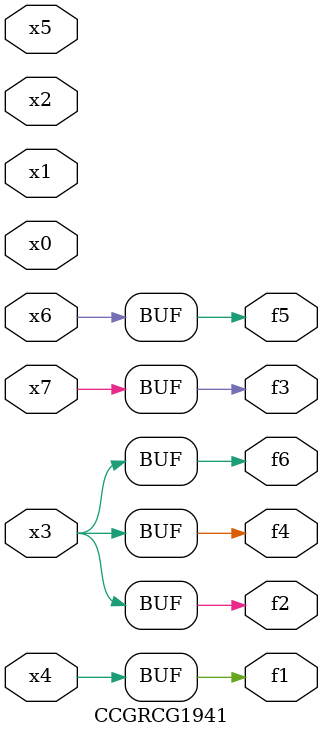
<source format=v>
module CCGRCG1941(
	input x0, x1, x2, x3, x4, x5, x6, x7,
	output f1, f2, f3, f4, f5, f6
);
	assign f1 = x4;
	assign f2 = x3;
	assign f3 = x7;
	assign f4 = x3;
	assign f5 = x6;
	assign f6 = x3;
endmodule

</source>
